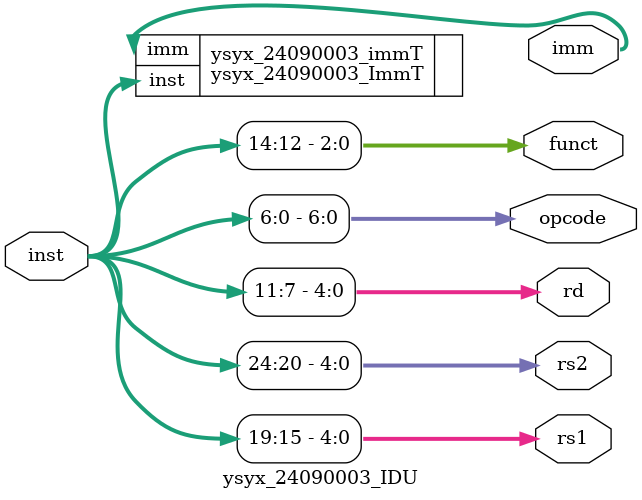
<source format=v>
(*dont_touch = "true"*)  // Prevent synthesis tool from optimizing the module
module ysyx_24090003_IDU(
    input [31:0] inst,
    output [4:0] rs1,
    output [4:0] rs2,
    output [4:0] rd,
    output [6:0] opcode,
    output [2:0] funct,
    output [31:0] imm
);
assign rs1 = inst[19:15];
assign rs2 = inst[24:20];
assign rd = inst[11:7];
assign funct = inst[14:12];
assign opcode = inst[6:0];
ysyx_24090003_ImmT ysyx_24090003_immT(
    .inst(inst),
    .imm(imm)
);




endmodule

</source>
